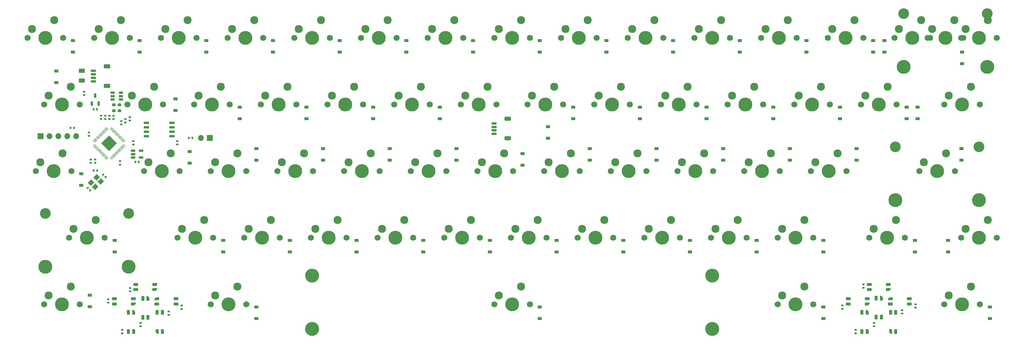
<source format=gbs>
%TF.GenerationSoftware,KiCad,Pcbnew,(7.0.0-0)*%
%TF.CreationDate,2023-06-06T22:29:16-07:00*%
%TF.ProjectId,popstar_v4.1_no_flex,706f7073-7461-4725-9f76-342e315f6e6f,rev?*%
%TF.SameCoordinates,Original*%
%TF.FileFunction,Soldermask,Bot*%
%TF.FilePolarity,Negative*%
%FSLAX46Y46*%
G04 Gerber Fmt 4.6, Leading zero omitted, Abs format (unit mm)*
G04 Created by KiCad (PCBNEW (7.0.0-0)) date 2023-06-06 22:29:16*
%MOMM*%
%LPD*%
G01*
G04 APERTURE LIST*
G04 Aperture macros list*
%AMRoundRect*
0 Rectangle with rounded corners*
0 $1 Rounding radius*
0 $2 $3 $4 $5 $6 $7 $8 $9 X,Y pos of 4 corners*
0 Add a 4 corners polygon primitive as box body*
4,1,4,$2,$3,$4,$5,$6,$7,$8,$9,$2,$3,0*
0 Add four circle primitives for the rounded corners*
1,1,$1+$1,$2,$3*
1,1,$1+$1,$4,$5*
1,1,$1+$1,$6,$7*
1,1,$1+$1,$8,$9*
0 Add four rect primitives between the rounded corners*
20,1,$1+$1,$2,$3,$4,$5,0*
20,1,$1+$1,$4,$5,$6,$7,0*
20,1,$1+$1,$6,$7,$8,$9,0*
20,1,$1+$1,$8,$9,$2,$3,0*%
%AMRotRect*
0 Rectangle, with rotation*
0 The origin of the aperture is its center*
0 $1 length*
0 $2 width*
0 $3 Rotation angle, in degrees counterclockwise*
0 Add horizontal line*
21,1,$1,$2,0,0,$3*%
%AMFreePoly0*
4,1,18,-0.410000,0.593000,-0.403758,0.624380,-0.385983,0.650983,-0.359380,0.668758,-0.328000,0.675000,0.328000,0.675000,0.359380,0.668758,0.385983,0.650983,0.403758,0.624380,0.410000,0.593000,0.410000,-0.593000,0.403758,-0.624380,0.385983,-0.650983,0.359380,-0.668758,0.328000,-0.675000,0.000000,-0.675000,-0.410000,-0.265000,-0.410000,0.593000,-0.410000,0.593000,$1*%
G04 Aperture macros list end*
%ADD10C,1.750000*%
%ADD11C,3.987800*%
%ADD12C,2.300000*%
%ADD13C,3.048000*%
%ADD14C,4.000000*%
%ADD15RoundRect,0.140000X0.170000X-0.140000X0.170000X0.140000X-0.170000X0.140000X-0.170000X-0.140000X0*%
%ADD16RoundRect,0.140000X0.219203X0.021213X0.021213X0.219203X-0.219203X-0.021213X-0.021213X-0.219203X0*%
%ADD17R,1.700000X1.700000*%
%ADD18O,1.700000X1.700000*%
%ADD19RoundRect,0.225000X0.375000X-0.225000X0.375000X0.225000X-0.375000X0.225000X-0.375000X-0.225000X0*%
%ADD20RoundRect,0.150000X-0.650000X-0.150000X0.650000X-0.150000X0.650000X0.150000X-0.650000X0.150000X0*%
%ADD21RoundRect,0.200000X-0.275000X0.200000X-0.275000X-0.200000X0.275000X-0.200000X0.275000X0.200000X0*%
%ADD22RoundRect,0.150000X-0.625000X0.150000X-0.625000X-0.150000X0.625000X-0.150000X0.625000X0.150000X0*%
%ADD23RoundRect,0.250000X-0.650000X0.350000X-0.650000X-0.350000X0.650000X-0.350000X0.650000X0.350000X0*%
%ADD24RoundRect,0.140000X-0.170000X0.140000X-0.170000X-0.140000X0.170000X-0.140000X0.170000X0.140000X0*%
%ADD25RoundRect,0.050000X0.309359X-0.238649X-0.238649X0.309359X-0.309359X0.238649X0.238649X-0.309359X0*%
%ADD26RoundRect,0.050000X0.309359X0.238649X0.238649X0.309359X-0.309359X-0.238649X-0.238649X-0.309359X0*%
%ADD27RoundRect,0.144000X2.059095X0.000000X0.000000X2.059095X-2.059095X0.000000X0.000000X-2.059095X0*%
%ADD28RoundRect,0.150000X0.150000X-0.512500X0.150000X0.512500X-0.150000X0.512500X-0.150000X-0.512500X0*%
%ADD29RoundRect,0.082000X0.593000X-0.328000X0.593000X0.328000X-0.593000X0.328000X-0.593000X-0.328000X0*%
%ADD30FreePoly0,90.000000*%
%ADD31RoundRect,0.250000X-0.625000X0.375000X-0.625000X-0.375000X0.625000X-0.375000X0.625000X0.375000X0*%
%ADD32RoundRect,0.135000X-0.135000X-0.185000X0.135000X-0.185000X0.135000X0.185000X-0.135000X0.185000X0*%
%ADD33RoundRect,0.082000X-0.328000X-0.593000X0.328000X-0.593000X0.328000X0.593000X-0.328000X0.593000X0*%
%ADD34FreePoly0,0.000000*%
%ADD35RoundRect,0.082000X-0.593000X0.328000X-0.593000X-0.328000X0.593000X-0.328000X0.593000X0.328000X0*%
%ADD36FreePoly0,270.000000*%
%ADD37RoundRect,0.140000X-0.140000X-0.170000X0.140000X-0.170000X0.140000X0.170000X-0.140000X0.170000X0*%
%ADD38RoundRect,0.082000X0.328000X0.593000X-0.328000X0.593000X-0.328000X-0.593000X0.328000X-0.593000X0*%
%ADD39FreePoly0,180.000000*%
%ADD40RotRect,1.400000X1.200000X45.000000*%
%ADD41RoundRect,0.140000X0.140000X0.170000X-0.140000X0.170000X-0.140000X-0.170000X0.140000X-0.170000X0*%
%ADD42RoundRect,0.140000X-0.219203X-0.021213X-0.021213X-0.219203X0.219203X0.021213X0.021213X0.219203X0*%
%ADD43RoundRect,0.135000X0.135000X0.185000X-0.135000X0.185000X-0.135000X-0.185000X0.135000X-0.185000X0*%
%ADD44RoundRect,0.150000X0.475000X0.150000X-0.475000X0.150000X-0.475000X-0.150000X0.475000X-0.150000X0*%
%ADD45RoundRect,0.150000X-0.512500X-0.150000X0.512500X-0.150000X0.512500X0.150000X-0.512500X0.150000X0*%
G04 APERTURE END LIST*
D10*
%TO.C,SW15*%
X293370000Y-41275000D03*
D11*
X298450000Y-41275000D03*
D10*
X303530000Y-41275000D03*
D12*
X294640000Y-38735000D03*
X300990000Y-36195000D03*
%TD*%
D10*
%TO.C,SW22*%
X140970000Y-60325000D03*
D11*
X146050000Y-60325000D03*
D10*
X151130000Y-60325000D03*
D12*
X142240000Y-57785000D03*
X148590000Y-55245000D03*
%TD*%
D13*
%TO.C,S1*%
X286543750Y-34290000D03*
D11*
X286543750Y-49530000D03*
D13*
X310356250Y-34290000D03*
D11*
X310356250Y-49530000D03*
%TD*%
D10*
%TO.C,SW55*%
X302895000Y-98425000D03*
D11*
X307975000Y-98425000D03*
D10*
X313055000Y-98425000D03*
D12*
X304165000Y-95885000D03*
X310515000Y-93345000D03*
%TD*%
D10*
%TO.C,SW29*%
X274320000Y-60325000D03*
D11*
X279400000Y-60325000D03*
D10*
X284480000Y-60325000D03*
D12*
X275590000Y-57785000D03*
X281940000Y-55245000D03*
%TD*%
D10*
%TO.C,SW33*%
X107632500Y-79375000D03*
D11*
X112712500Y-79375000D03*
D10*
X117792500Y-79375000D03*
D12*
X108902500Y-76835000D03*
X115252500Y-74295000D03*
%TD*%
D10*
%TO.C,SW25*%
X198120000Y-60325000D03*
D11*
X203200000Y-60325000D03*
D10*
X208280000Y-60325000D03*
D12*
X199390000Y-57785000D03*
X205740000Y-55245000D03*
%TD*%
D10*
%TO.C,SW53*%
X250507500Y-98425000D03*
D11*
X255587500Y-98425000D03*
D10*
X260667500Y-98425000D03*
D12*
X251777500Y-95885000D03*
X258127500Y-93345000D03*
%TD*%
D10*
%TO.C,SW17*%
X40957500Y-60325000D03*
D11*
X46037500Y-60325000D03*
D10*
X51117500Y-60325000D03*
D12*
X42227500Y-57785000D03*
X48577500Y-55245000D03*
%TD*%
D10*
%TO.C,SW41*%
X260032500Y-79375000D03*
D11*
X265112500Y-79375000D03*
D10*
X270192500Y-79375000D03*
D12*
X261302500Y-76835000D03*
X267652500Y-74295000D03*
%TD*%
D13*
%TO.C,S2*%
X284162500Y-72390000D03*
D11*
X284162500Y-87630000D03*
D13*
X307975000Y-72390000D03*
D11*
X307975000Y-87630000D03*
%TD*%
D10*
%TO.C,SW36*%
X164782500Y-79375000D03*
D11*
X169862500Y-79375000D03*
D10*
X174942500Y-79375000D03*
D12*
X166052500Y-76835000D03*
X172402500Y-74295000D03*
%TD*%
D10*
%TO.C,SW47*%
X136207500Y-98425000D03*
D11*
X141287500Y-98425000D03*
D10*
X146367500Y-98425000D03*
D12*
X137477500Y-95885000D03*
X143827500Y-93345000D03*
%TD*%
D10*
%TO.C,SW11*%
X207645000Y-41275000D03*
D11*
X212725000Y-41275000D03*
D10*
X217805000Y-41275000D03*
D12*
X208915000Y-38735000D03*
X215265000Y-36195000D03*
%TD*%
D10*
%TO.C,SW45*%
X98107500Y-98425000D03*
D11*
X103187500Y-98425000D03*
D10*
X108267500Y-98425000D03*
D12*
X99377500Y-95885000D03*
X105727500Y-93345000D03*
%TD*%
D10*
%TO.C,SW57*%
X88582500Y-117475000D03*
D11*
X93662500Y-117475000D03*
D10*
X98742500Y-117475000D03*
D12*
X89852500Y-114935000D03*
X96202500Y-112395000D03*
%TD*%
D10*
%TO.C,SW56*%
X40957500Y-117475000D03*
D11*
X46037500Y-117475000D03*
D10*
X51117500Y-117475000D03*
D12*
X42227500Y-114935000D03*
X48577500Y-112395000D03*
%TD*%
D10*
%TO.C,SW24*%
X179070000Y-60325000D03*
D11*
X184150000Y-60325000D03*
D10*
X189230000Y-60325000D03*
D12*
X180340000Y-57785000D03*
X186690000Y-55245000D03*
%TD*%
D10*
%TO.C,SW59*%
X250507500Y-117475000D03*
D11*
X255587500Y-117475000D03*
D10*
X260667500Y-117475000D03*
D12*
X251777500Y-114935000D03*
X258127500Y-112395000D03*
%TD*%
D10*
%TO.C,SW7*%
X131445000Y-41275000D03*
D11*
X136525000Y-41275000D03*
D10*
X141605000Y-41275000D03*
D12*
X132715000Y-38735000D03*
X139065000Y-36195000D03*
%TD*%
D10*
%TO.C,SW20*%
X102870000Y-60325000D03*
D11*
X107950000Y-60325000D03*
D10*
X113030000Y-60325000D03*
D12*
X104140000Y-57785000D03*
X110490000Y-55245000D03*
%TD*%
D10*
%TO.C,SW2*%
X36195000Y-41275000D03*
D11*
X41275000Y-41275000D03*
D10*
X46355000Y-41275000D03*
D12*
X37465000Y-38735000D03*
X43815000Y-36195000D03*
%TD*%
D10*
%TO.C,SW31*%
X69532500Y-79375000D03*
D11*
X74612500Y-79375000D03*
D10*
X79692500Y-79375000D03*
D12*
X70802500Y-76835000D03*
X77152500Y-74295000D03*
%TD*%
D10*
%TO.C,SW27*%
X236220000Y-60325000D03*
D11*
X241300000Y-60325000D03*
D10*
X246380000Y-60325000D03*
D12*
X237490000Y-57785000D03*
X243840000Y-55245000D03*
%TD*%
D10*
%TO.C,SW32*%
X88582500Y-79375000D03*
D11*
X93662500Y-79375000D03*
D10*
X98742500Y-79375000D03*
D12*
X89852500Y-76835000D03*
X96202500Y-74295000D03*
%TD*%
D10*
%TO.C,SW34*%
X126682500Y-79375000D03*
D11*
X131762500Y-79375000D03*
D10*
X136842500Y-79375000D03*
D12*
X127952500Y-76835000D03*
X134302500Y-74295000D03*
%TD*%
D10*
%TO.C,SW37*%
X183832500Y-79375000D03*
D11*
X188912500Y-79375000D03*
D10*
X193992500Y-79375000D03*
D12*
X185102500Y-76835000D03*
X191452500Y-74295000D03*
%TD*%
D10*
%TO.C,SW10*%
X188595000Y-41275000D03*
D11*
X193675000Y-41275000D03*
D10*
X198755000Y-41275000D03*
D12*
X189865000Y-38735000D03*
X196215000Y-36195000D03*
%TD*%
D10*
%TO.C,SW21*%
X121920000Y-60325000D03*
D11*
X127000000Y-60325000D03*
D10*
X132080000Y-60325000D03*
D12*
X123190000Y-57785000D03*
X129540000Y-55245000D03*
%TD*%
D10*
%TO.C,SW3*%
X55245000Y-41275000D03*
D11*
X60325000Y-41275000D03*
D10*
X65405000Y-41275000D03*
D12*
X56515000Y-38735000D03*
X62865000Y-36195000D03*
%TD*%
D10*
%TO.C,SW38*%
X202882500Y-79375000D03*
D11*
X207962500Y-79375000D03*
D10*
X213042500Y-79375000D03*
D12*
X204152500Y-76835000D03*
X210502500Y-74295000D03*
%TD*%
D10*
%TO.C,SW50*%
X193357500Y-98425000D03*
D11*
X198437500Y-98425000D03*
D10*
X203517500Y-98425000D03*
D12*
X194627500Y-95885000D03*
X200977500Y-93345000D03*
%TD*%
D10*
%TO.C,SW52*%
X231457500Y-98425000D03*
D11*
X236537500Y-98425000D03*
D10*
X241617500Y-98425000D03*
D12*
X232727500Y-95885000D03*
X239077500Y-93345000D03*
%TD*%
D10*
%TO.C,SW13*%
X245745000Y-41275000D03*
D11*
X250825000Y-41275000D03*
D10*
X255905000Y-41275000D03*
D12*
X247015000Y-38735000D03*
X253365000Y-36195000D03*
%TD*%
D10*
%TO.C,SW35*%
X145732500Y-79375000D03*
D11*
X150812500Y-79375000D03*
D10*
X155892500Y-79375000D03*
D12*
X147002500Y-76835000D03*
X153352500Y-74295000D03*
%TD*%
D10*
%TO.C,SW39*%
X221932500Y-79375000D03*
D11*
X227012500Y-79375000D03*
D10*
X232092500Y-79375000D03*
D12*
X223202500Y-76835000D03*
X229552500Y-74295000D03*
%TD*%
D10*
%TO.C,SW23*%
X160020000Y-60325000D03*
D11*
X165100000Y-60325000D03*
D10*
X170180000Y-60325000D03*
D12*
X161290000Y-57785000D03*
X167640000Y-55245000D03*
%TD*%
D10*
%TO.C,SW51*%
X212407500Y-98425000D03*
D11*
X217487500Y-98425000D03*
D10*
X222567500Y-98425000D03*
D12*
X213677500Y-95885000D03*
X220027500Y-93345000D03*
%TD*%
D10*
%TO.C,SW43*%
X48101250Y-98425000D03*
D11*
X53181250Y-98425000D03*
D10*
X58261250Y-98425000D03*
D12*
X49371250Y-95885000D03*
X55721250Y-93345000D03*
%TD*%
D10*
%TO.C,SW61*%
X302895000Y-41275000D03*
D11*
X307975000Y-41275000D03*
D10*
X313055000Y-41275000D03*
D12*
X304165000Y-38735000D03*
X310515000Y-36195000D03*
%TD*%
D10*
%TO.C,SW44*%
X79057500Y-98425000D03*
D11*
X84137500Y-98425000D03*
D10*
X89217500Y-98425000D03*
D12*
X80327500Y-95885000D03*
X86677500Y-93345000D03*
%TD*%
D10*
%TO.C,SW58*%
X169545000Y-117475000D03*
D11*
X174625000Y-117475000D03*
D10*
X179705000Y-117475000D03*
D12*
X170815000Y-114935000D03*
X177165000Y-112395000D03*
%TD*%
D14*
%TO.C,S3*%
X231775000Y-124460000D03*
D11*
X231775000Y-109220000D03*
D14*
X117475000Y-124460000D03*
D11*
X117475000Y-109220000D03*
%TD*%
D10*
%TO.C,SW18*%
X64770000Y-60325000D03*
D11*
X69850000Y-60325000D03*
D10*
X74930000Y-60325000D03*
D12*
X66040000Y-57785000D03*
X72390000Y-55245000D03*
%TD*%
D10*
%TO.C,SW5*%
X93345000Y-41275000D03*
D11*
X98425000Y-41275000D03*
D10*
X103505000Y-41275000D03*
D12*
X94615000Y-38735000D03*
X100965000Y-36195000D03*
%TD*%
D10*
%TO.C,SW6*%
X112395000Y-41275000D03*
D11*
X117475000Y-41275000D03*
D10*
X122555000Y-41275000D03*
D12*
X113665000Y-38735000D03*
X120015000Y-36195000D03*
%TD*%
D10*
%TO.C,SW28*%
X255270000Y-60325000D03*
D11*
X260350000Y-60325000D03*
D10*
X265430000Y-60325000D03*
D12*
X256540000Y-57785000D03*
X262890000Y-55245000D03*
%TD*%
D10*
%TO.C,SW48*%
X155257500Y-98425000D03*
D11*
X160337500Y-98425000D03*
D10*
X165417500Y-98425000D03*
D12*
X156527500Y-95885000D03*
X162877500Y-93345000D03*
%TD*%
D10*
%TO.C,SW60*%
X298132500Y-117475000D03*
D11*
X303212500Y-117475000D03*
D10*
X308292500Y-117475000D03*
D12*
X299402500Y-114935000D03*
X305752500Y-112395000D03*
%TD*%
D10*
%TO.C,SW49*%
X174307500Y-98425000D03*
D11*
X179387500Y-98425000D03*
D10*
X184467500Y-98425000D03*
D12*
X175577500Y-95885000D03*
X181927500Y-93345000D03*
%TD*%
D10*
%TO.C,SW30*%
X38576250Y-79375000D03*
D11*
X43656250Y-79375000D03*
D10*
X48736250Y-79375000D03*
D12*
X39846250Y-76835000D03*
X46196250Y-74295000D03*
%TD*%
D10*
%TO.C,SW26*%
X217170000Y-60325000D03*
D11*
X222250000Y-60325000D03*
D10*
X227330000Y-60325000D03*
D12*
X218440000Y-57785000D03*
X224790000Y-55245000D03*
%TD*%
D10*
%TO.C,SW62*%
X298132500Y-60325000D03*
D11*
X303212500Y-60325000D03*
D10*
X308292500Y-60325000D03*
D12*
X299402500Y-57785000D03*
X305752500Y-55245000D03*
%TD*%
D10*
%TO.C,SW16*%
X283845000Y-41275000D03*
D11*
X288925000Y-41275000D03*
D10*
X294005000Y-41275000D03*
D12*
X285115000Y-38735000D03*
X291465000Y-36195000D03*
%TD*%
D10*
%TO.C,SW14*%
X264795000Y-41275000D03*
D11*
X269875000Y-41275000D03*
D10*
X274955000Y-41275000D03*
D12*
X266065000Y-38735000D03*
X272415000Y-36195000D03*
%TD*%
D10*
%TO.C,SW46*%
X117157500Y-98425000D03*
D11*
X122237500Y-98425000D03*
D10*
X127317500Y-98425000D03*
D12*
X118427500Y-95885000D03*
X124777500Y-93345000D03*
%TD*%
D10*
%TO.C,SW40*%
X240982500Y-79375000D03*
D11*
X246062500Y-79375000D03*
D10*
X251142500Y-79375000D03*
D12*
X242252500Y-76835000D03*
X248602500Y-74295000D03*
%TD*%
D13*
%TO.C,S4*%
X41275000Y-91440000D03*
D11*
X41275000Y-106680000D03*
D13*
X65087500Y-91440000D03*
D11*
X65087500Y-106680000D03*
%TD*%
D10*
%TO.C,SW12*%
X226695000Y-41275000D03*
D11*
X231775000Y-41275000D03*
D10*
X236855000Y-41275000D03*
D12*
X227965000Y-38735000D03*
X234315000Y-36195000D03*
%TD*%
D10*
%TO.C,SW9*%
X169545000Y-41275000D03*
D11*
X174625000Y-41275000D03*
D10*
X179705000Y-41275000D03*
D12*
X170815000Y-38735000D03*
X177165000Y-36195000D03*
%TD*%
D10*
%TO.C,SW19*%
X83820000Y-60325000D03*
D11*
X88900000Y-60325000D03*
D10*
X93980000Y-60325000D03*
D12*
X85090000Y-57785000D03*
X91440000Y-55245000D03*
%TD*%
D10*
%TO.C,SW42*%
X290988750Y-79375000D03*
D11*
X296068750Y-79375000D03*
D10*
X301148750Y-79375000D03*
D12*
X292258750Y-76835000D03*
X298608750Y-74295000D03*
%TD*%
D10*
%TO.C,SW4*%
X74295000Y-41275000D03*
D11*
X79375000Y-41275000D03*
D10*
X84455000Y-41275000D03*
D12*
X75565000Y-38735000D03*
X81915000Y-36195000D03*
%TD*%
D10*
%TO.C,SW8*%
X150495000Y-41275000D03*
D11*
X155575000Y-41275000D03*
D10*
X160655000Y-41275000D03*
D12*
X151765000Y-38735000D03*
X158115000Y-36195000D03*
%TD*%
D10*
%TO.C,SW54*%
X276701250Y-98425000D03*
D11*
X281781250Y-98425000D03*
D10*
X286861250Y-98425000D03*
D12*
X277971250Y-95885000D03*
X284321250Y-93345000D03*
%TD*%
D15*
%TO.C,C4*%
X57200000Y-64480000D03*
X57200000Y-63520000D03*
%TD*%
D16*
%TO.C,C14*%
X54057411Y-84871411D03*
X53378589Y-84192589D03*
%TD*%
D17*
%TO.C,J2*%
X39919999Y-69341999D03*
D18*
X42459999Y-69341999D03*
X44999999Y-69341999D03*
X47539999Y-69341999D03*
X50079999Y-69341999D03*
%TD*%
D19*
%TO.C,D60*%
X206375000Y-102456250D03*
X206375000Y-99156250D03*
%TD*%
%TO.C,D53*%
X61118750Y-102456250D03*
X61118750Y-99156250D03*
%TD*%
D20*
%TO.C,U4*%
X70218750Y-69373750D03*
X70218750Y-68103750D03*
X70218750Y-66833750D03*
X70218750Y-65563750D03*
X77418750Y-65563750D03*
X77418750Y-66833750D03*
X77418750Y-68103750D03*
X77418750Y-69373750D03*
%TD*%
D19*
%TO.C,D28*%
X78500000Y-61975000D03*
X78500000Y-58675000D03*
%TD*%
%TO.C,D34*%
X192087500Y-64356250D03*
X192087500Y-61056250D03*
%TD*%
%TO.C,D19*%
X163512500Y-45306250D03*
X163512500Y-42006250D03*
%TD*%
%TO.C,D26*%
X280987500Y-45306250D03*
X280987500Y-42006250D03*
%TD*%
%TO.C,D18*%
X144462500Y-45306250D03*
X144462500Y-42006250D03*
%TD*%
D21*
%TO.C,R2*%
X62484000Y-60425000D03*
X62484000Y-62075000D03*
%TD*%
D22*
%TO.C,J2*%
X169500000Y-65700000D03*
X169500000Y-66700000D03*
X169500000Y-67700000D03*
X169500000Y-68700000D03*
D23*
X173375000Y-64400000D03*
X173375000Y-70000000D03*
%TD*%
D19*
%TO.C,D22*%
X220662500Y-45306250D03*
X220662500Y-42006250D03*
%TD*%
D24*
%TO.C,C23*%
X80250000Y-117820000D03*
X80250000Y-118780000D03*
%TD*%
D19*
%TO.C,D72*%
X290512500Y-64356250D03*
X290512500Y-61056250D03*
%TD*%
%TO.C,D51*%
X273050000Y-76262500D03*
X273050000Y-72962500D03*
%TD*%
%TO.C,D31*%
X134937500Y-64356250D03*
X134937500Y-61056250D03*
%TD*%
%TO.C,D27*%
X44450000Y-54037500D03*
X44450000Y-50737500D03*
%TD*%
%TO.C,D54*%
X92075000Y-102456250D03*
X92075000Y-99156250D03*
%TD*%
D24*
%TO.C,C5*%
X66421000Y-70767000D03*
X66421000Y-71727000D03*
%TD*%
D19*
%TO.C,D67*%
X101600000Y-121506250D03*
X101600000Y-118206250D03*
%TD*%
%TO.C,D40*%
X51593750Y-83406250D03*
X51593750Y-80106250D03*
%TD*%
%TO.C,D46*%
X177600000Y-77650000D03*
X177600000Y-74350000D03*
%TD*%
%TO.C,D42*%
X101600000Y-76262500D03*
X101600000Y-72962500D03*
%TD*%
%TO.C,D17*%
X125412500Y-45306250D03*
X125412500Y-42006250D03*
%TD*%
%TO.C,D41*%
X82550000Y-77056250D03*
X82550000Y-73756250D03*
%TD*%
%TO.C,D69*%
X263525000Y-121506250D03*
X263525000Y-118206250D03*
%TD*%
D25*
%TO.C,U6*%
X63800407Y-72029702D03*
X63517564Y-72312545D03*
X63234722Y-72595387D03*
X62951879Y-72878230D03*
X62669036Y-73161073D03*
X62386194Y-73443915D03*
X62103351Y-73726758D03*
X61820508Y-74009601D03*
X61537665Y-74292444D03*
X61254823Y-74575286D03*
X60971980Y-74858129D03*
X60689137Y-75140972D03*
X60406295Y-75423814D03*
X60123452Y-75706657D03*
D26*
X58939048Y-75706657D03*
X58656205Y-75423814D03*
X58373363Y-75140972D03*
X58090520Y-74858129D03*
X57807677Y-74575286D03*
X57524835Y-74292444D03*
X57241992Y-74009601D03*
X56959149Y-73726758D03*
X56676306Y-73443915D03*
X56393464Y-73161073D03*
X56110621Y-72878230D03*
X55827778Y-72595387D03*
X55544936Y-72312545D03*
X55262093Y-72029702D03*
D25*
X55262093Y-70845298D03*
X55544936Y-70562455D03*
X55827778Y-70279613D03*
X56110621Y-69996770D03*
X56393464Y-69713927D03*
X56676306Y-69431085D03*
X56959149Y-69148242D03*
X57241992Y-68865399D03*
X57524835Y-68582556D03*
X57807677Y-68299714D03*
X58090520Y-68016871D03*
X58373363Y-67734028D03*
X58656205Y-67451186D03*
X58939048Y-67168343D03*
D26*
X60123452Y-67168343D03*
X60406295Y-67451186D03*
X60689137Y-67734028D03*
X60971980Y-68016871D03*
X61254823Y-68299714D03*
X61537665Y-68582556D03*
X61820508Y-68865399D03*
X62103351Y-69148242D03*
X62386194Y-69431085D03*
X62669036Y-69713927D03*
X62951879Y-69996770D03*
X63234722Y-70279613D03*
X63517564Y-70562455D03*
X63800407Y-70845298D03*
D27*
X59531250Y-71437500D03*
%TD*%
D19*
%TO.C,D37*%
X249237500Y-64356250D03*
X249237500Y-61056250D03*
%TD*%
%TO.C,D15*%
X87312500Y-45306250D03*
X87312500Y-42006250D03*
%TD*%
D15*
%TO.C,C10*%
X59600000Y-64480000D03*
X59600000Y-63520000D03*
%TD*%
D19*
%TO.C,D35*%
X211137500Y-64356250D03*
X211137500Y-61056250D03*
%TD*%
D28*
%TO.C,U2*%
X56512500Y-60065500D03*
X54612500Y-60065500D03*
X55562500Y-57790500D03*
%TD*%
D19*
%TO.C,D44*%
X139700000Y-76262500D03*
X139700000Y-72962500D03*
%TD*%
D24*
%TO.C,C25*%
X269000000Y-117770000D03*
X269000000Y-118730000D03*
%TD*%
D15*
%TO.C,C11*%
X62992000Y-66012000D03*
X62992000Y-65052000D03*
%TD*%
D19*
%TO.C,D56*%
X130175000Y-102456250D03*
X130175000Y-99156250D03*
%TD*%
D29*
%TO.C,D12*%
X276675000Y-111750000D03*
X276675000Y-113250000D03*
X282125000Y-111750000D03*
D30*
X282124999Y-113249999D03*
%TD*%
D29*
%TO.C,D1*%
X67125000Y-111750000D03*
X67125000Y-113250000D03*
X72575000Y-111750000D03*
D30*
X72574999Y-113249999D03*
%TD*%
D19*
%TO.C,D30*%
X115887500Y-64356250D03*
X115887500Y-61056250D03*
%TD*%
%TO.C,D49*%
X234950000Y-76262500D03*
X234950000Y-72962500D03*
%TD*%
D29*
%TO.C,D2*%
X61025000Y-115850000D03*
X61025000Y-117350000D03*
X66475000Y-115850000D03*
D30*
X66474999Y-117349999D03*
%TD*%
D19*
%TO.C,D43*%
X120650000Y-76262500D03*
X120650000Y-72962500D03*
%TD*%
%TO.C,D58*%
X168275000Y-102456250D03*
X168275000Y-99156250D03*
%TD*%
D24*
%TO.C,C24*%
X68500000Y-122770000D03*
X68500000Y-123730000D03*
%TD*%
D15*
%TO.C,C6*%
X58400000Y-64480000D03*
X58400000Y-63520000D03*
%TD*%
D31*
%TO.C,F1*%
X51689000Y-50670000D03*
X51689000Y-53470000D03*
%TD*%
D19*
%TO.C,D63*%
X263525000Y-102456250D03*
X263525000Y-99156250D03*
%TD*%
%TO.C,D16*%
X106362500Y-45306250D03*
X106362500Y-42006250D03*
%TD*%
%TO.C,D29*%
X96837500Y-64356250D03*
X96837500Y-61056250D03*
%TD*%
D15*
%TO.C,C2*%
X60770000Y-64480000D03*
X60770000Y-63520000D03*
%TD*%
D24*
%TO.C,C19*%
X65500000Y-112770000D03*
X65500000Y-113730000D03*
%TD*%
D32*
%TO.C,R4*%
X55113000Y-79198000D03*
X56133000Y-79198000D03*
%TD*%
D19*
%TO.C,D38*%
X268287500Y-64356250D03*
X268287500Y-61056250D03*
%TD*%
D24*
%TO.C,C20*%
X59250000Y-116020000D03*
X59250000Y-116980000D03*
%TD*%
D22*
%TO.C,J1*%
X55023000Y-50697000D03*
X55023000Y-51697000D03*
X55023000Y-52697000D03*
X55023000Y-53697000D03*
D23*
X58898000Y-49397000D03*
X58898000Y-54997000D03*
%TD*%
D19*
%TO.C,D55*%
X111125000Y-102456250D03*
X111125000Y-99156250D03*
%TD*%
%TO.C,D68*%
X182562500Y-121506250D03*
X182562500Y-118206250D03*
%TD*%
%TO.C,D62*%
X244475000Y-102456250D03*
X244475000Y-99156250D03*
%TD*%
D24*
%TO.C,C27*%
X286100000Y-119120000D03*
X286100000Y-120080000D03*
%TD*%
%TO.C,C3*%
X54229000Y-76033750D03*
X54229000Y-76993750D03*
%TD*%
D19*
%TO.C,D47*%
X196850000Y-76262500D03*
X196850000Y-72962500D03*
%TD*%
%TO.C,D21*%
X201612500Y-45306250D03*
X201612500Y-42006250D03*
%TD*%
D24*
%TO.C,C12*%
X62611000Y-76520000D03*
X62611000Y-77480000D03*
%TD*%
D15*
%TO.C,C1*%
X65405000Y-64869000D03*
X65405000Y-63909000D03*
%TD*%
D33*
%TO.C,D4*%
X74750000Y-119775000D03*
X73250000Y-119775000D03*
X74750000Y-125225000D03*
D34*
X73249999Y-125224999D03*
%TD*%
D35*
%TO.C,D5*%
X78625000Y-117350000D03*
X78625000Y-115850000D03*
X73175000Y-117350000D03*
D36*
X73174999Y-115849999D03*
%TD*%
D37*
%TO.C,C16*%
X55082500Y-61690250D03*
X56042500Y-61690250D03*
%TD*%
D38*
%TO.C,D8*%
X274550000Y-125225000D03*
X276050000Y-125225000D03*
X274550000Y-119775000D03*
D39*
X276049999Y-119774999D03*
%TD*%
D19*
%TO.C,D39*%
X287337500Y-64356250D03*
X287337500Y-61056250D03*
%TD*%
%TO.C,D45*%
X158750000Y-76262500D03*
X158750000Y-72962500D03*
%TD*%
%TO.C,D70*%
X311150000Y-121506250D03*
X311150000Y-118206250D03*
%TD*%
D24*
%TO.C,C26*%
X272750000Y-124770000D03*
X272750000Y-125730000D03*
%TD*%
D29*
%TO.C,D7*%
X270675000Y-115850000D03*
X270675000Y-117350000D03*
X276125000Y-115850000D03*
D30*
X276124999Y-117349999D03*
%TD*%
D15*
%TO.C,C8*%
X53721000Y-69314000D03*
X53721000Y-68354000D03*
%TD*%
D19*
%TO.C,D61*%
X225425000Y-102456250D03*
X225425000Y-99156250D03*
%TD*%
%TO.C,D32*%
X153987500Y-64356250D03*
X153987500Y-61056250D03*
%TD*%
D24*
%TO.C,C15*%
X52387500Y-56670000D03*
X52387500Y-57630000D03*
%TD*%
D19*
%TO.C,D13*%
X49212500Y-45306250D03*
X49212500Y-42006250D03*
%TD*%
%TO.C,D64*%
X289718750Y-102456250D03*
X289718750Y-99156250D03*
%TD*%
D40*
%TO.C,Y1*%
X54371141Y-82676776D03*
X55926776Y-81121141D03*
X57128857Y-82323222D03*
X55573222Y-83878857D03*
%TD*%
D41*
%TO.C,C18*%
X67980000Y-76750000D03*
X67020000Y-76750000D03*
%TD*%
D42*
%TO.C,C13*%
X57823589Y-80382589D03*
X58502411Y-81061411D03*
%TD*%
D38*
%TO.C,D11*%
X278650000Y-121125000D03*
X280150000Y-121125000D03*
X278650000Y-115675000D03*
D39*
X280149999Y-115674999D03*
%TD*%
D24*
%TO.C,C21*%
X63250000Y-124770000D03*
X63250000Y-125730000D03*
%TD*%
D19*
%TO.C,D57*%
X149225000Y-102456250D03*
X149225000Y-99156250D03*
%TD*%
%TO.C,D36*%
X230187500Y-64356250D03*
X230187500Y-61056250D03*
%TD*%
D17*
%TO.C,SW1*%
X88336249Y-69874999D03*
D18*
X85796249Y-69874999D03*
%TD*%
D19*
%TO.C,D33*%
X184900000Y-69950000D03*
X184900000Y-66650000D03*
%TD*%
%TO.C,D14*%
X68262500Y-45306250D03*
X68262500Y-42006250D03*
%TD*%
%TO.C,D50*%
X254000000Y-76262500D03*
X254000000Y-72962500D03*
%TD*%
D24*
%TO.C,C22*%
X76500000Y-119520000D03*
X76500000Y-120480000D03*
%TD*%
D19*
%TO.C,D59*%
X187325000Y-102456250D03*
X187325000Y-99156250D03*
%TD*%
D38*
%TO.C,D3*%
X65000000Y-125225000D03*
X66500000Y-125225000D03*
X65000000Y-119775000D03*
D39*
X66499999Y-119774999D03*
%TD*%
D19*
%TO.C,D65*%
X299243750Y-102456250D03*
X299243750Y-99156250D03*
%TD*%
D35*
%TO.C,D10*%
X288125000Y-117350000D03*
X288125000Y-115850000D03*
X282675000Y-117350000D03*
D36*
X282674999Y-115849999D03*
%TD*%
D24*
%TO.C,C9*%
X55499000Y-76033750D03*
X55499000Y-76993750D03*
%TD*%
D19*
%TO.C,D52*%
X303000000Y-76262500D03*
X303000000Y-72962500D03*
%TD*%
%TO.C,D24*%
X258762500Y-45306250D03*
X258762500Y-42006250D03*
%TD*%
%TO.C,D71*%
X303212500Y-48650000D03*
X303212500Y-45350000D03*
%TD*%
D43*
%TO.C,R1*%
X49510000Y-66960750D03*
X48490000Y-66960750D03*
%TD*%
D19*
%TO.C,D25*%
X277812500Y-45306250D03*
X277812500Y-42006250D03*
%TD*%
D43*
%TO.C,R5*%
X83343750Y-69850000D03*
X82323750Y-69850000D03*
%TD*%
D24*
%TO.C,C30*%
X275000000Y-111770000D03*
X275000000Y-112730000D03*
%TD*%
D44*
%TO.C,U3*%
X62897000Y-56962000D03*
X62897000Y-57912000D03*
X62897000Y-58862000D03*
X60547000Y-58862000D03*
X60547000Y-57912000D03*
X60547000Y-56962000D03*
%TD*%
D24*
%TO.C,C17*%
X79000000Y-70770000D03*
X79000000Y-71730000D03*
%TD*%
D21*
%TO.C,R3*%
X60860000Y-60425000D03*
X60860000Y-62075000D03*
%TD*%
D19*
%TO.C,D66*%
X53975000Y-118150000D03*
X53975000Y-114850000D03*
%TD*%
%TO.C,D23*%
X239712500Y-45306250D03*
X239712500Y-42006250D03*
%TD*%
%TO.C,D20*%
X182562500Y-45306250D03*
X182562500Y-42006250D03*
%TD*%
D15*
%TO.C,C7*%
X64135000Y-65440500D03*
X64135000Y-64480500D03*
%TD*%
D24*
%TO.C,C28*%
X289900000Y-117420000D03*
X289900000Y-118380000D03*
%TD*%
%TO.C,C29*%
X278000000Y-122770000D03*
X278000000Y-123730000D03*
%TD*%
D38*
%TO.C,D6*%
X69125000Y-121225000D03*
X70625000Y-121225000D03*
X69125000Y-115775000D03*
D39*
X70624999Y-115774999D03*
%TD*%
D19*
%TO.C,D48*%
X215900000Y-76262500D03*
X215900000Y-72962500D03*
%TD*%
D45*
%TO.C,U5*%
X66362500Y-75450000D03*
X66362500Y-74500000D03*
X66362500Y-73550000D03*
X68637500Y-73550000D03*
X68637500Y-75450000D03*
%TD*%
D33*
%TO.C,D9*%
X284250000Y-119775000D03*
X282750000Y-119775000D03*
X284250000Y-125225000D03*
D34*
X282749999Y-125224999D03*
%TD*%
M02*

</source>
